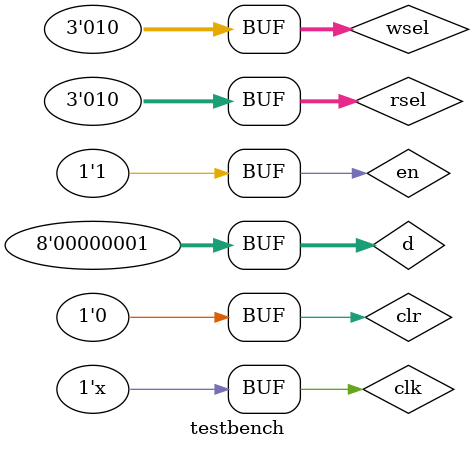
<source format=v>
`timescale 1ns / 1ps


module testbench();
	reg clr;
	reg en;
	reg [2:0] wsel;
	reg [2:0] rsel;
	reg [7:0] d;
	wire [7:0] q;
	reg clk;
	
	dff8 u_dff8(
	   .q(q),
	   .clk(clk),
	   .clr(clr),
	   .en(en),
	   .d(d),
	   .wsel(wsel),
	   .rsel(rsel)
	);

   initial begin
    #0 begin clk = 0; clr = 1; en = 0; d = 0; end
    #0 begin clr = 0; en = 1; d = 8'h00; end
    #5 begin clr = 0; en = 1; d = 8'h01; wsel = 3'b000; rsel = 3'b000; end
    #5 begin clr = 0; en = 1; d = 8'ha0; wsel = 3'b001; rsel = 3'b001; end
    #5 begin clr = 0; en = 1; d = 8'h00; wsel = 3'b010; rsel = 3'b010; end
    #5 begin clr = 0; en = 1; d = 8'haa; end
    #5 begin clr = 0; en = 0; d = 8'ha5; end
    #5 begin clr = 0; en = 0; d = 8'ha5; end
    #5 begin clr = 0; en = 0; d = 1; end
    #5 begin clr = 0; en = 1; d = 0; end
    #5 begin clr = 0; en = 1; d = 1; end
   end
   
   always #5 clk = ~clk;

endmodule
</source>
